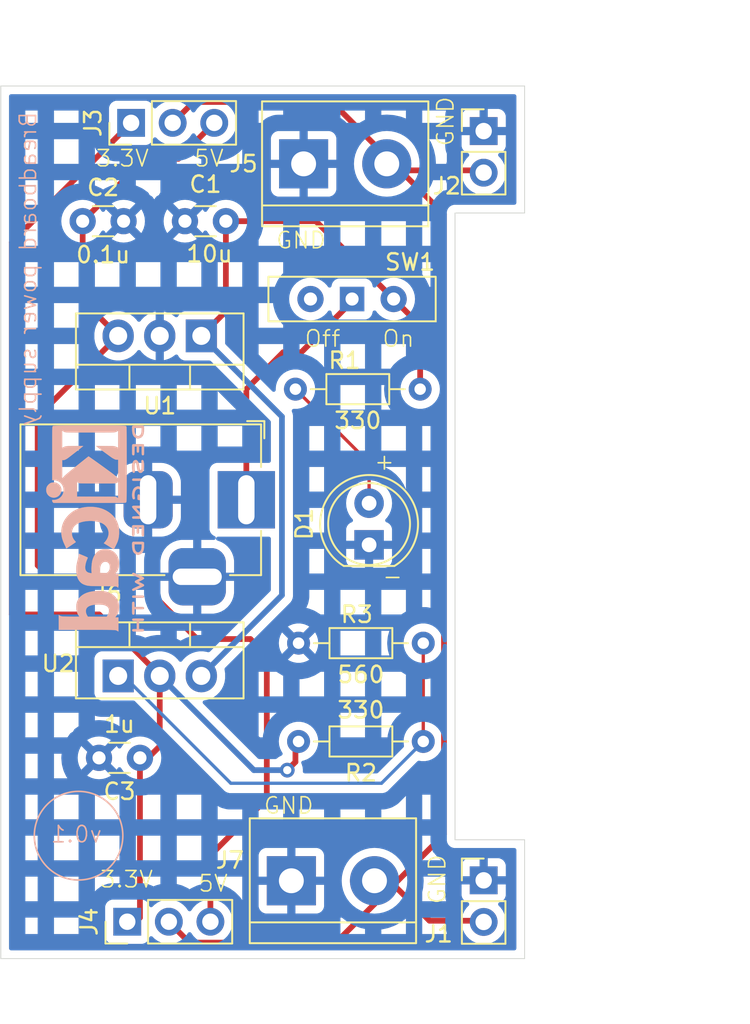
<source format=kicad_pcb>
(kicad_pcb (version 20240108) (generator "pcbnew") (generator_version "8.0")
  (title_block (date "2024-05-06"))
  (layers (0 "F.Cu" signal) (31 "B.Cu" signal) (34 "B.Paste" user) (35 "F.Paste" user) (36 "B.SilkS" user "B.Silkscreen") (37 "F.SilkS" user "F.Silkscreen") (38 "B.Mask" user) (39 "F.Mask" user) (44 "Edge.Cuts" user))
  (net 0 "")
  (net 1 "/12V")
  (net 2 "GND")
  (net 3 "/5V")
  (net 4 "/3.3V")
  (net 5 "Net-(D1-A)")
  (net 6 "/PWR_input")
  (net 7 "Net-(U2-ADJ)")
  (net 8 "unconnected-(SW1-Pad3)")
  (net 9 "/PWR_output")
  (footprint "Connector_BarrelJack:BarrelJack_Horizontal" (layer "F.Cu") (at 81.25 77.75)
    (property "Reference" "J6" (at -8.45 5.75 0) (layer "F.SilkS"))
    (property "Value" "Barrel_Jack_Switch")
    (pad "1" thru_hole rect (at 0 0) (size 3.5 3.5) (drill oval 1 3) (layers "*.Cu" "*.Mask") (net 6 "/PWR_input"))
    (pad "2" thru_hole roundrect (at -6 0) (size 3 3.5) (drill oval 1 3) (layers "*.Cu" "*.Mask") (net 2 "GND"))
    (pad "3" thru_hole roundrect (at -3 4.7) (size 3.5 3.5) (drill oval 3 1) (layers "*.Cu" "*.Mask") (net 2 "GND"))
  )
  (footprint "Connector_PinHeader_2.54mm:PinHeader_1x03_P2.54mm_Vertical" (layer "F.Cu") (at 74.21 54.75 90)
    (property "Reference" "J3" (at 0 -2.33 -90) (layer "F.SilkS"))
    (property "Value" "Conn_01x03_Pin")
    (pad "1" thru_hole rect (at 0 0 90) (size 1.7 1.7) (drill 1) (layers "*.Cu" "*.Mask") (net 4 "/3.3V"))
    (pad "2" thru_hole oval (at 0 2.54 90) (size 1.7 1.7) (drill 1) (layers "*.Cu" "*.Mask") (net 9 "/PWR_output"))
    (pad "3" thru_hole oval (at 0 5.08 90) (size 1.7 1.7) (drill 1) (layers "*.Cu" "*.Mask") (net 3 "/5V"))
  )
  (footprint "Capacitor_THT:C_Disc_D3.0mm_W1.6mm_P2.50mm" (layer "F.Cu") (at 74.75 93.5 180)
    (property "Reference" "C3" (at 1.25 -2.05 180) (layer "F.SilkS"))
    (property "Value" "1u" (at 1.25 2.05 180) (layer "F.SilkS"))
    (pad "1" thru_hole circle (at 0 0 180) (size 1.6 1.6) (drill 0.8) (layers "*.Cu" "*.Mask") (net 4 "/3.3V"))
    (pad "2" thru_hole circle (at 2.5 0 180) (size 1.6 1.6) (drill 0.8) (layers "*.Cu" "*.Mask") (net 2 "GND"))
  )
  (footprint "TerminalBlock:TerminalBlock_bornier-2_P5.08mm" (layer "F.Cu") (at 84 101)
    (property "Reference" "J7" (at -3.75 -1.25 0) (layer "F.SilkS"))
    (property "Value" "Screw_Terminal_01x02")
    (pad "1" thru_hole rect (at 0 0) (size 3 3) (drill 1.52) (layers "*.Cu" "*.Mask") (net 2 "GND"))
    (pad "2" thru_hole circle (at 5.08 0) (size 3 3) (drill 1.52) (layers "*.Cu" "*.Mask") (net 9 "/PWR_output"))
  )
  (footprint "Resistor_THT:R_Axial_DIN0204_L3.6mm_D1.6mm_P7.62mm_Horizontal" (layer "F.Cu") (at 84.25 71)
    (property "Reference" "R1" (at 3 -1.75 360) (layer "F.SilkS"))
    (property "Value" "330" (at 3.81 1.92 0) (layer "F.SilkS"))
    (pad "1" thru_hole circle (at 0 0) (size 1.4 1.4) (drill 0.7) (layers "*.Cu" "*.Mask") (net 5 "Net-(D1-A)"))
    (pad "2" thru_hole oval (at 7.62 0) (size 1.4 1.4) (drill 0.7) (layers "*.Cu" "*.Mask") (net 1 "/12V"))
  )
  (footprint "Connector_PinHeader_2.54mm:PinHeader_1x03_P2.54mm_Vertical" (layer "F.Cu") (at 73.975 103.5 90)
    (property "Reference" "J4" (at 0 -2.33 -90) (layer "F.SilkS"))
    (property "Value" "Conn_01x03_Pin")
    (pad "1" thru_hole rect (at 0 0 90) (size 1.7 1.7) (drill 1) (layers "*.Cu" "*.Mask") (net 4 "/3.3V"))
    (pad "2" thru_hole oval (at 0 2.54 90) (size 1.7 1.7) (drill 1) (layers "*.Cu" "*.Mask") (net 9 "/PWR_output"))
    (pad "3" thru_hole oval (at 0 5.08 90) (size 1.7 1.7) (drill 1) (layers "*.Cu" "*.Mask") (net 3 "/5V"))
  )
  (footprint "Capacitor_THT:C_Disc_D3.0mm_W1.6mm_P2.50mm" (layer "F.Cu") (at 80 60.75 180)
    (property "Reference" "C1" (at 1.25 2.25 180) (layer "F.SilkS"))
    (property "Value" "10u" (at 1 -2 180) (layer "F.SilkS"))
    (pad "1" thru_hole circle (at 0 0 180) (size 1.6 1.6) (drill 0.8) (layers "*.Cu" "*.Mask") (net 1 "/12V"))
    (pad "2" thru_hole circle (at 2.5 0 180) (size 1.6 1.6) (drill 0.8) (layers "*.Cu" "*.Mask") (net 2 "GND"))
  )
  (footprint "Package_TO_SOT_THT:TO-220-3_Vertical" (layer "F.Cu") (at 78.5 67.75 180)
    (property "Reference" "U1" (at 2.54 -4.27 180) (layer "F.SilkS"))
    (property "Value" "LM7805_TO220")
    (pad "1" thru_hole rect (at 0 0 180) (size 1.905 2) (drill 1.1) (layers "*.Cu" "*.Mask") (net 1 "/12V"))
    (pad "2" thru_hole oval (at 2.54 0 180) (size 1.905 2) (drill 1.1) (layers "*.Cu" "*.Mask") (net 2 "GND"))
    (pad "3" thru_hole oval (at 5.08 0 180) (size 1.905 2) (drill 1.1) (layers "*.Cu" "*.Mask") (net 3 "/5V"))
  )
  (footprint "LED_THT:LED_D5.0mm" (layer "F.Cu") (at 88.75 80.5 90)
    (property "Reference" "D1" (at 1.27 -3.96 -90) (layer "F.SilkS"))
    (property "Value" "LED")
    (pad "1" thru_hole rect (at 0 0 90) (size 1.8 1.8) (drill 0.9) (layers "*.Cu" "*.Mask") (net 2 "GND"))
    (pad "2" thru_hole circle (at 2.54 0 90) (size 1.8 1.8) (drill 0.9) (layers "*.Cu" "*.Mask") (net 5 "Net-(D1-A)"))
  )
  (footprint "Capacitor_THT:C_Disc_D3.0mm_W1.6mm_P2.50mm" (layer "F.Cu") (at 71.25 60.75)
    (property "Reference" "C2" (at 1.25 -2.05 0) (layer "F.SilkS"))
    (property "Value" "0.1u" (at 1.25 2.05 0) (layer "F.SilkS"))
    (pad "1" thru_hole circle (at 0 0) (size 1.6 1.6) (drill 0.8) (layers "*.Cu" "*.Mask") (net 3 "/5V"))
    (pad "2" thru_hole circle (at 2.5 0) (size 1.6 1.6) (drill 0.8) (layers "*.Cu" "*.Mask") (net 2 "GND"))
  )
  (footprint "Resistor_THT:R_Axial_DIN0204_L3.6mm_D1.6mm_P7.62mm_Horizontal" (layer "F.Cu") (at 84.44 86.5)
    (property "Reference" "R3" (at 3.56 -1.75 360) (layer "F.SilkS"))
    (property "Value" "560" (at 3.81 1.92 0) (layer "F.SilkS"))
    (pad "1" thru_hole circle (at 0 0) (size 1.4 1.4) (drill 0.7) (layers "*.Cu" "*.Mask") (net 2 "GND"))
    (pad "2" thru_hole oval (at 7.62 0) (size 1.4 1.4) (drill 0.7) (layers "*.Cu" "*.Mask") (net 7 "Net-(U2-ADJ)"))
  )
  (footprint "Resistor_THT:R_Axial_DIN0204_L3.6mm_D1.6mm_P7.62mm_Horizontal" (layer "F.Cu") (at 92.06 92.5 180)
    (property "Reference" "R2" (at 3.81 -1.92 180) (layer "F.SilkS"))
    (property "Value" "330" (at 3.81 1.92 180) (layer "F.SilkS"))
    (pad "1" thru_hole circle (at 0 0 180) (size 1.4 1.4) (drill 0.7) (layers "*.Cu" "*.Mask") (net 7 "Net-(U2-ADJ)"))
    (pad "2" thru_hole oval (at 7.62 0 180) (size 1.4 1.4) (drill 0.7) (layers "*.Cu" "*.Mask") (net 4 "/3.3V"))
  )
  (footprint "Connector_PinHeader_2.54mm:PinHeader_1x02_P2.54mm_Vertical" (layer "F.Cu") (at 95.75 100.975)
    (property "Reference" "J1" (at -2.75 3.275 0) (layer "F.SilkS"))
    (property "Value" "Conn_01x02_Pin")
    (pad "1" thru_hole rect (at 0 0) (size 1.7 1.7) (drill 1) (layers "*.Cu" "*.Mask") (net 2 "GND"))
    (pad "2" thru_hole oval (at 0 2.54) (size 1.7 1.7) (drill 1) (layers "*.Cu" "*.Mask") (net 9 "/PWR_output"))
  )
  (footprint "Button_Switch_THT:SW_Slide-03_Wuerth-WS-SLTV_10x2.5x6.4_P2.54mm" (layer "F.Cu") (at 87.71 65.5 180)
    (property "Reference" "SW1" (at -3.54 2.25 180) (layer "F.SilkS"))
    (property "Value" "EG1218")
    (pad "1" thru_hole rect (at 0 0 180) (size 1.5 1.5) (drill 0.8) (layers "*.Cu" "*.Mask") (net 6 "/PWR_input"))
    (pad "2" thru_hole circle (at -2.54 0 180) (size 1.6 1.6) (drill 0.8) (layers "*.Cu" "*.Mask") (net 1 "/12V"))
    (pad "3" thru_hole circle (at 2.54 0 180) (size 1.6 1.6) (drill 0.8) (layers "*.Cu" "*.Mask") (net 8 "unconnected-(SW1-Pad3)"))
  )
  (footprint "TerminalBlock:TerminalBlock_bornier-2_P5.08mm" (layer "F.Cu") (at 84.75 57.25)
    (property "Reference" "J5" (at -3.67 0 0) (layer "F.SilkS"))
    (property "Value" "Screw_Terminal_01x02")
    (pad "1" thru_hole rect (at 0 0) (size 3 3) (drill 1.52) (layers "*.Cu" "*.Mask") (net 2 "GND"))
    (pad "2" thru_hole circle (at 5.08 0) (size 3 3) (drill 1.52) (layers "*.Cu" "*.Mask") (net 9 "/PWR_output"))
  )
  (footprint "Package_TO_SOT_THT:TO-220-3_Vertical" (layer "F.Cu") (at 73.42 88.5)
    (property "Reference" "U2" (at -3.67 -0.75 0) (layer "F.SilkS"))
    (property "Value" "LM317_TO-220")
    (pad "1" thru_hole rect (at 0 0) (size 1.905 2) (drill 1.1) (layers "*.Cu" "*.Mask") (net 7 "Net-(U2-ADJ)"))
    (pad "2" thru_hole oval (at 2.54 0) (size 1.905 2) (drill 1.1) (layers "*.Cu" "*.Mask") (net 4 "/3.3V"))
    (pad "3" thru_hole oval (at 5.08 0) (size 1.905 2) (drill 1.1) (layers "*.Cu" "*.Mask") (net 1 "/12V"))
  )
  (footprint "Connector_PinHeader_2.54mm:PinHeader_1x02_P2.54mm_Vertical" (layer "F.Cu") (at 95.75 55.25)
    (property "Reference" "J2" (at -2.25 3.35 0) (layer "F.SilkS"))
    (property "Value" "Conn_01x02_Pin")
    (pad "1" thru_hole rect (at 0 0) (size 1.7 1.7) (drill 1) (layers "*.Cu" "*.Mask") (net 2 "GND"))
    (pad "2" thru_hole oval (at 0 2.54) (size 1.7 1.7) (drill 1) (layers "*.Cu" "*.Mask") (net 9 "/PWR_output"))
  )
  (footprint "Symbol:KiCad-Logo2_5mm_SilkScreen" (layer "B.Cu") (at 72 79.5 -90)
    (property "Reference" "REF**" (hide yes))
    (property "Value" "KiCad-Logo2_5mm_SilkScreen" (hide yes))
  )
  (gr_circle (center 71 98.25) (end 72.5 96) (stroke (width 0.1)) (fill none) (layer "B.SilkS"))
  (gr_line (start 98.25 52.5) (end 98.25 60.25) (stroke (width 0.05)) (layer "Edge.Cuts"))
  (gr_line (start 94 60.25) (end 94 98.5) (stroke (width 0.05)) (layer "Edge.Cuts"))
  (gr_line (start 98.25 105.75) (end 66.25 105.75) (stroke (width 0.05)) (layer "Edge.Cuts"))
  (gr_line (start 94 98.5) (end 98.25 98.5) (stroke (width 0.05)) (layer "Edge.Cuts"))
  (gr_line (start 98.25 60.25) (end 94 60.25) (stroke (width 0.05)) (layer "Edge.Cuts"))
  (gr_line (start 98.25 98.5) (end 98.25 105.75) (stroke (width 0.05)) (layer "Edge.Cuts"))
  (gr_line (start 66.25 52.5) (end 98.25 52.5) (stroke (width 0.05)) (layer "Edge.Cuts"))
  (gr_line (start 66.25 105.75) (end 66.25 52.5) (stroke (width 0.05)) (layer "Edge.Cuts"))
  (gr_text "v0.1" (at 72.5 98.75 0) (layer "B.SilkS") (effects (font (size 1 1) (thickness 0.1)) (justify left bottom mirror)))
  (gr_text "Breadboard power supply" (at 68.5 54 90) (layer "B.SilkS") (effects (font (size 1 1) (thickness 0.1)) (justify left bottom mirror)))
  (gr_text "+" (at 89 76 0) (layer "F.SilkS") (effects (font (size 1 1) (thickness 0.1)) (justify left bottom)))
  (gr_text "5V" (at 78 57.5 0) (layer "F.SilkS") (effects (font (size 1 1) (thickness 0.1)) (justify left bottom)))
  (gr_text "GND" (at 82.25 97 0) (layer "F.SilkS") (effects (font (size 1 1) (thickness 0.1)) (justify left bottom)))
  (gr_text "GND" (at 83 62.5 0) (layer "F.SilkS") (effects (font (size 1 1) (thickness 0.1)) (justify left bottom)))
  (gr_text "-" (at 89.5 83 0) (layer "F.SilkS") (effects (font (size 1 1) (thickness 0.1)) (justify left bottom)))
  (gr_text "GND" (at 94 56.25 90) (layer "F.SilkS") (effects (font (size 1 1) (thickness 0.1)) (justify left bottom)))
  (gr_text "5V" (at 78.25 101.75 0) (layer "F.SilkS") (effects (font (size 1 1) (thickness 0.1)) (justify left bottom)))
  (gr_text "3.3V" (at 72.25 101.5 0) (layer "F.SilkS") (effects (font (size 1 1) (thickness 0.1)) (justify left bottom)))
  (gr_text "Off" (at 84.75 68.5 0) (layer "F.SilkS") (effects (font (size 1 1) (thickness 0.1)) (justify left bottom)))
  (gr_text "GND" (at 93.5 102.5 90) (layer "F.SilkS") (effects (font (size 1 1) (thickness 0.1)) (justify left bottom)))
  (gr_text "On" (at 89.5 68.5 0) (layer "F.SilkS") (effects (font (size 1 1) (thickness 0.1)) (justify left bottom)))
  (gr_text "3.3V" (at 72 57.5 0) (layer "F.SilkS") (effects (font (size 1 1) (thickness 0.1)) (justify left bottom)))
  (segment (start 80 66.25) (end 78.5 67.75) (width 0.35) (layer "F.Cu") (net 1))
  (segment (start 92.25 68) (end 91.87 68.38) (width 0.35) (layer "F.Cu") (net 1))
  (segment (start 90.25 65.5) (end 85.5 60.75) (width 0.35) (layer "F.Cu") (net 1))
  (segment (start 90.25 65.5) (end 92.25 67.5) (width 0.35) (layer "F.Cu") (net 1))
  (segment (start 92.25 67.5) (end 92.25 68) (width 0.35) (layer "F.Cu") (net 1))
  (segment (start 91.87 68.38) (end 91.87 71) (width 0.35) (layer "F.Cu") (net 1))
  (segment (start 85.5 60.75) (end 80 60.75) (width 0.35) (layer "F.Cu") (net 1))
  (segment (start 80 60.75) (end 80 66.25) (width 0.35) (layer "F.Cu") (net 1))
  (segment (start 83.425 72.675) (end 78.5 67.75) (width 0.35) (layer "B.Cu") (net 1))
  (segment (start 83.425 83.575) (end 83.425 72.675) (width 0.35) (layer "B.Cu") (net 1))
  (segment (start 78.5 88.5) (end 83.425 83.575) (width 0.35) (layer "B.Cu") (net 1))
  (segment (start 79.29 54.75) (end 77.097588 56.942412) (width 0.35) (layer "F.Cu") (net 3))
  (segment (start 74.5 82.5) (end 78.25 86.25) (width 0.35) (layer "F.Cu") (net 3))
  (segment (start 73.42 67.75) (end 68.67 72.5) (width 0.35) (layer "F.Cu") (net 3))
  (segment (start 78.25 86.25) (end 81.5 86.25) (width 0.35) (layer "F.Cu") (net 3))
  (segment (start 81.5 86.25) (end 82.5 87.25) (width 0.35) (layer "F.Cu") (net 3))
  (segment (start 71.25 65.58) (end 73.42 67.75) (width 0.35) (layer "F.Cu") (net 3))
  (segment (start 75.057588 56.942412) (end 71.25 60.75) (width 0.35) (layer "F.Cu") (net 3))
  (segment (start 82.5 96) (end 79.055 99.445) (width 0.35) (layer "F.Cu") (net 3))
  (segment (start 82.5 87.25) (end 82.5 96) (width 0.35) (layer "F.Cu") (net 3))
  (segment (start 71.25 60.75) (end 71.25 65.58) (width 0.35) (layer "F.Cu") (net 3))
  (segment (start 77.097588 56.942412) (end 75.057588 56.942412) (width 0.35) (layer "F.Cu") (net 3))
  (segment (start 79.055 99.445) (end 79.055 103.5) (width 0.35) (layer "F.Cu") (net 3))
  (segment (start 68.5 81.75) (end 69.25 82.5) (width 0.35) (layer "F.Cu") (net 3))
  (segment (start 68.67 72.5) (end 68.5 72.5) (width 0.35) (layer "F.Cu") (net 3))
  (segment (start 68.5 72.5) (end 68.5 81.75) (width 0.35) (layer "F.Cu") (net 3))
  (segment (start 69.25 82.5) (end 74.5 82.5) (width 0.35) (layer "F.Cu") (net 3))
  (segment (start 84.25 92.5) (end 84.25 93.75) (width 0.35) (layer "F.Cu") (net 4))
  (segment (start 66.925 84.75) (end 72.2575 84.75) (width 0.35) (layer "F.Cu") (net 4))
  (segment (start 73.975 103.5) (end 74 103.5) (width 0.35) (layer "F.Cu") (net 4))
  (segment (start 84.44 92.5) (end 84.25 92.5) (width 0.35) (layer "F.Cu") (net 4))
  (segment (start 75.96 92.79) (end 75.96 88.5) (width 0.35) (layer "F.Cu") (net 4))
  (segment (start 74.75 103.25) (end 74.75 93.5) (width 0.35) (layer "F.Cu") (net 4))
  (segment (start 74.21 54.75) (end 66.925 62.035) (width 0.35) (layer "F.Cu") (net 4))
  (segment (start 72.2575 84.75) (end 75.96 88.4525) (width 0.35) (layer "F.Cu") (net 4))
  (segment (start 74.75 93.5) (end 75 93.75) (width 0.35) (layer "F.Cu") (net 4))
  (segment (start 66.925 62.035) (end 66.925 84.75) (width 0.35) (layer "F.Cu") (net 4))
  (segment (start 75 93.75) (end 75.96 92.79) (width 0.35) (layer "F.Cu") (net 4))
  (segment (start 74.25 103.75) (end 74.75 103.25) (width 0.35) (layer "F.Cu") (net 4))
  (segment (start 74 103.5) (end 74.25 103.75) (width 0.35) (layer "F.Cu") (net 4))
  (segment (start 75.96 88.4525) (end 75.96 88.5) (width 0.35) (layer "F.Cu") (net 4))
  (segment (start 84.25 93.75) (end 83.75 94.25) (width 0.35) (layer "F.Cu") (net 4))
  (via (at 83.75 94.25) (size 0.9) (drill 0.5) (layers "F.Cu" "B.Cu") (net 4))
  (segment (start 81.71 94.25) (end 75.96 88.5) (width 0.35) (layer "B.Cu") (net 4))
  (segment (start 83.75 94.25) (end 81.71 94.25) (width 0.35) (layer "B.Cu") (net 4))
  (segment (start 88.75 75.5) (end 88.75 77.96) (width 0.2) (layer "F.Cu") (net 5))
  (segment (start 84.25 71) (end 88.75 75.5) (width 0.2) (layer "F.Cu") (net 5))
  (segment (start 84.605 68.75) (end 83.5 68.75) (width 0.35) (layer "F.Cu") (net 6))
  (segment (start 87.71 65.645) (end 84.605 68.75) (width 0.35) (layer "F.Cu") (net 6))
  (segment (start 87.71 65.5) (end 87.71 65.645) (width 0.35) (layer "F.Cu") (net 6))
  (segment (start 81.25 71) (end 81.25 77.75) (width 0.35) (layer "F.Cu") (net 6))
  (segment (start 83.5 68.75) (end 81.25 71) (width 0.35) (layer "F.Cu") (net 6))
  (segment (start 92.06 86.5) (end 92.06 92.5) (width 0.2) (layer "F.Cu") (net 7))
  (segment (start 73.42 88.5) (end 73.75 88.5) (width 0.2) (layer "B.Cu") (net 7))
  (segment (start 80.3 95.05) (end 89.51 95.05) (width 0.2) (layer "B.Cu") (net 7))
  (segment (start 89.51 95.05) (end 92.06 92.5) (width 0.2) (layer "B.Cu") (net 7))
  (segment (start 73.75 88.5) (end 80.3 95.05) (width 0.2) (layer "B.Cu") (net 7))
  (segment (start 84.75 65.5) (end 85.17 65.5) (width 0.35) (layer "F.Cu") (net 8))
  (segment (start 89.08 101) (end 90 101) (width 0.35) (layer "F.Cu") (net 9))
  (segment (start 90 101) (end 92.44 103.44) (width 0.35) (layer "F.Cu") (net 9))
  (segment (start 89.83 56.83) (end 89.83 57.25) (width 0.35) (layer "F.Cu") (net 9))
  (segment (start 89.08 102.42) (end 89.08 101) (width 0.35) (layer "F.Cu") (net 9))
  (segment (start 90.5 101) (end 93.325 98.175) (width 0.35) (layer "F.Cu") (net 9))
  (segment (start 76.515 103.515) (end 77.775 104.775) (width 0.35) (layer "F.Cu") (net 9))
  (segment (start 95.758 57.648) (end 90.228 57.648) (width 0.35) (layer "F.Cu") (net 9))
  (segment (start 76.515 103.5) (end 76.515 103.515) (width 0.35) (layer "F.Cu") (net 9))
  (segment (start 78.025 53.475) (end 86.475 53.475) (width 0.35) (layer "F.Cu") (net 9))
  (segment (start 89.08 101) (end 90.5 101) (width 0.35) (layer "F.Cu") (net 9))
  (segment (start 92.44 103.44) (end 95.73 103.44) (width 0.35) (layer "F.Cu") (net 9))
  (segment (start 76.75 54.75) (end 78.025 53.475) (width 0.35) (layer "F.Cu") (net 9))
  (segment (start 90.25 57.25) (end 89.83 57.25) (width 0.35) (layer "F.Cu") (net 9))
  (segment (start 90.228 57.648) (end 89.83 57.25) (width 0.35) (layer "F.Cu") (net 9))
  (segment (start 93.325 60.325) (end 90.25 57.25) (width 0.35) (layer "F.Cu") (net 9))
  (segment (start 77.775 104.775) (end 86.725 104.775) (width 0.35) (layer "F.Cu") (net 9))
  (segment (start 86.475 53.475) (end 89.83 56.83) (width 0.35) (layer "F.Cu") (net 9))
  (segment (start 86.725 104.775) (end 89.08 102.42) (width 0.35) (layer "F.Cu") (net 9))
  (segment (start 93.325 98.175) (end 93.325 60.325) (width 0.35) (layer "F.Cu") (net 9))
  (zone (net 2) (net_name "GND") (layer "B.Cu") (connect_pads (clearance 0.5)) (min_thickness 0.25) (fill yes (mode hatch) (thermal_gap 0.5) (thermal_bridge_width 0.5) (hatch_thickness 1) (hatch_gap 1.5) (hatch_orientation 0) (hatch_border_algorithm hatch_thickness) (hatch_min_hole_area 0.3))
    (polygon (pts (xy 66.5 52.75) (xy 66.5 105.5) (xy 98 105.5) (xy 98 98.75) (xy 93.75 98.75) (xy 93.75 60) (xy 98 60) (xy 98 52.75)))
  )
)
</source>
